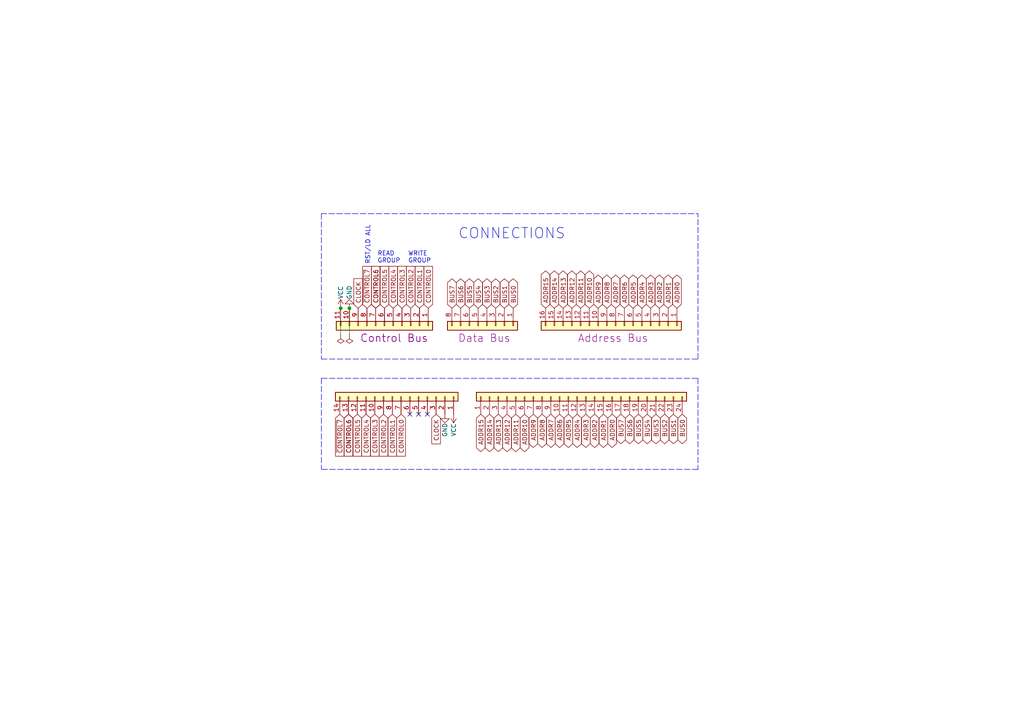
<source format=kicad_sch>
(kicad_sch (version 20211123) (generator eeschema)
  (paper "A4")
  (lib_symbols
    (symbol "Connector_Generic:Conn_01x08" (pin_names (offset 1.016) hide)
      (property "Reference" "J" (at 0 10.16 0))
      (property "Value" "Conn_01x08" (at 0 -12.7 0))
      (symbol "Conn_01x08_1_1"
        (rectangle (start -1.27 -10.033) (end 0 -10.287) (stroke (width 0.1524)))
        (rectangle (start -1.27 -7.493) (end 0 -7.747) (stroke (width 0.1524)))
        (rectangle (start -1.27 -4.953) (end 0 -5.207) (stroke (width 0.1524)))
        (rectangle (start -1.27 -2.413) (end 0 -2.667) (stroke (width 0.1524)))
        (rectangle (start -1.27 0.127) (end 0 -0.127) (stroke (width 0.1524)))
        (rectangle (start -1.27 2.667) (end 0 2.413) (stroke (width 0.1524)))
        (rectangle (start -1.27 5.207) (end 0 4.953) (stroke (width 0.1524)))
        (rectangle (start -1.27 7.747) (end 0 7.493) (stroke (width 0.1524)))
        (rectangle (start -1.27 8.89) (end 1.27 -11.43) (stroke (width 0.254)) (fill (type background)))
        (pin passive line (at -5.08 7.62 0) (length 3.81) (name "Pin_1") (number "1"))
        (pin passive line (at -5.08 5.08 0) (length 3.81) (name "Pin_2") (number "2"))
        (pin passive line (at -5.08 2.54 0) (length 3.81) (name "Pin_3") (number "3"))
        (pin passive line (at -5.08 0 0) (length 3.81) (name "Pin_4") (number "4"))
        (pin passive line (at -5.08 -2.54 0) (length 3.81) (name "Pin_5") (number "5"))
        (pin passive line (at -5.08 -5.08 0) (length 3.81) (name "Pin_6") (number "6"))
        (pin passive line (at -5.08 -7.62 0) (length 3.81) (name "Pin_7") (number "7"))
        (pin passive line (at -5.08 -10.16 0) (length 3.81) (name "Pin_8") (number "8"))
      )
    )
    (symbol "Connector_Generic:Conn_01x11" (pin_names (offset 1.016) hide)
      (property "Reference" "J" (at 0 15.24 0))
      (property "Value" "Conn_01x11" (at 0 -15.24 0))
      (symbol "Conn_01x11_1_1"
        (rectangle (start -1.27 -12.573) (end 0 -12.827) (stroke (width 0.1524)))
        (rectangle (start -1.27 -10.033) (end 0 -10.287) (stroke (width 0.1524)))
        (rectangle (start -1.27 -7.493) (end 0 -7.747) (stroke (width 0.1524)))
        (rectangle (start -1.27 -4.953) (end 0 -5.207) (stroke (width 0.1524)))
        (rectangle (start -1.27 -2.413) (end 0 -2.667) (stroke (width 0.1524)))
        (rectangle (start -1.27 0.127) (end 0 -0.127) (stroke (width 0.1524)))
        (rectangle (start -1.27 2.667) (end 0 2.413) (stroke (width 0.1524)))
        (rectangle (start -1.27 5.207) (end 0 4.953) (stroke (width 0.1524)))
        (rectangle (start -1.27 7.747) (end 0 7.493) (stroke (width 0.1524)))
        (rectangle (start -1.27 10.287) (end 0 10.033) (stroke (width 0.1524)))
        (rectangle (start -1.27 12.827) (end 0 12.573) (stroke (width 0.1524)))
        (rectangle (start -1.27 13.97) (end 1.27 -13.97) (stroke (width 0.254)) (fill (type background)))
        (pin passive line (at -5.08 12.7 0) (length 3.81) (name "Pin_1") (number "1"))
        (pin passive line (at -5.08 -10.16 0) (length 3.81) (name "Pin_10") (number "10"))
        (pin passive line (at -5.08 -12.7 0) (length 3.81) (name "Pin_11") (number "11"))
        (pin passive line (at -5.08 10.16 0) (length 3.81) (name "Pin_2") (number "2"))
        (pin passive line (at -5.08 7.62 0) (length 3.81) (name "Pin_3") (number "3"))
        (pin passive line (at -5.08 5.08 0) (length 3.81) (name "Pin_4") (number "4"))
        (pin passive line (at -5.08 2.54 0) (length 3.81) (name "Pin_5") (number "5"))
        (pin passive line (at -5.08 0 0) (length 3.81) (name "Pin_6") (number "6"))
        (pin passive line (at -5.08 -2.54 0) (length 3.81) (name "Pin_7") (number "7"))
        (pin passive line (at -5.08 -5.08 0) (length 3.81) (name "Pin_8") (number "8"))
        (pin passive line (at -5.08 -7.62 0) (length 3.81) (name "Pin_9") (number "9"))
      )
    )
    (symbol "Connector_Generic:Conn_01x14" (pin_names (offset 1.016) hide)
      (property "Reference" "J" (at 0 17.78 0))
      (property "Value" "Conn_01x14" (at 0 -20.32 0))
      (symbol "Conn_01x14_1_1"
        (rectangle (start -1.27 -17.653) (end 0 -17.907) (stroke (width 0.1524)))
        (rectangle (start -1.27 -15.113) (end 0 -15.367) (stroke (width 0.1524)))
        (rectangle (start -1.27 -12.573) (end 0 -12.827) (stroke (width 0.1524)))
        (rectangle (start -1.27 -10.033) (end 0 -10.287) (stroke (width 0.1524)))
        (rectangle (start -1.27 -7.493) (end 0 -7.747) (stroke (width 0.1524)))
        (rectangle (start -1.27 -4.953) (end 0 -5.207) (stroke (width 0.1524)))
        (rectangle (start -1.27 -2.413) (end 0 -2.667) (stroke (width 0.1524)))
        (rectangle (start -1.27 0.127) (end 0 -0.127) (stroke (width 0.1524)))
        (rectangle (start -1.27 2.667) (end 0 2.413) (stroke (width 0.1524)))
        (rectangle (start -1.27 5.207) (end 0 4.953) (stroke (width 0.1524)))
        (rectangle (start -1.27 7.747) (end 0 7.493) (stroke (width 0.1524)))
        (rectangle (start -1.27 10.287) (end 0 10.033) (stroke (width 0.1524)))
        (rectangle (start -1.27 12.827) (end 0 12.573) (stroke (width 0.1524)))
        (rectangle (start -1.27 15.367) (end 0 15.113) (stroke (width 0.1524)))
        (rectangle (start -1.27 16.51) (end 1.27 -19.05) (stroke (width 0.254)) (fill (type background)))
        (pin passive line (at -5.08 15.24 0) (length 3.81) (name "Pin_1") (number "1"))
        (pin passive line (at -5.08 -7.62 0) (length 3.81) (name "Pin_10") (number "10"))
        (pin passive line (at -5.08 -10.16 0) (length 3.81) (name "Pin_11") (number "11"))
        (pin passive line (at -5.08 -12.7 0) (length 3.81) (name "Pin_12") (number "12"))
        (pin passive line (at -5.08 -15.24 0) (length 3.81) (name "Pin_13") (number "13"))
        (pin passive line (at -5.08 -17.78 0) (length 3.81) (name "Pin_14") (number "14"))
        (pin passive line (at -5.08 12.7 0) (length 3.81) (name "Pin_2") (number "2"))
        (pin passive line (at -5.08 10.16 0) (length 3.81) (name "Pin_3") (number "3"))
        (pin passive line (at -5.08 7.62 0) (length 3.81) (name "Pin_4") (number "4"))
        (pin passive line (at -5.08 5.08 0) (length 3.81) (name "Pin_5") (number "5"))
        (pin passive line (at -5.08 2.54 0) (length 3.81) (name "Pin_6") (number "6"))
        (pin passive line (at -5.08 0 0) (length 3.81) (name "Pin_7") (number "7"))
        (pin passive line (at -5.08 -2.54 0) (length 3.81) (name "Pin_8") (number "8"))
        (pin passive line (at -5.08 -5.08 0) (length 3.81) (name "Pin_9") (number "9"))
      )
    )
    (symbol "Connector_Generic:Conn_01x16" (pin_names (offset 1.016) hide)
      (property "Reference" "J" (at 0 20.32 0))
      (property "Value" "Conn_01x16" (at 0 -22.86 0))
      (symbol "Conn_01x16_1_1"
        (rectangle (start -1.27 -20.193) (end 0 -20.447) (stroke (width 0.1524)))
        (rectangle (start -1.27 -17.653) (end 0 -17.907) (stroke (width 0.1524)))
        (rectangle (start -1.27 -15.113) (end 0 -15.367) (stroke (width 0.1524)))
        (rectangle (start -1.27 -12.573) (end 0 -12.827) (stroke (width 0.1524)))
        (rectangle (start -1.27 -10.033) (end 0 -10.287) (stroke (width 0.1524)))
        (rectangle (start -1.27 -7.493) (end 0 -7.747) (stroke (width 0.1524)))
        (rectangle (start -1.27 -4.953) (end 0 -5.207) (stroke (width 0.1524)))
        (rectangle (start -1.27 -2.413) (end 0 -2.667) (stroke (width 0.1524)))
        (rectangle (start -1.27 0.127) (end 0 -0.127) (stroke (width 0.1524)))
        (rectangle (start -1.27 2.667) (end 0 2.413) (stroke (width 0.1524)))
        (rectangle (start -1.27 5.207) (end 0 4.953) (stroke (width 0.1524)))
        (rectangle (start -1.27 7.747) (end 0 7.493) (stroke (width 0.1524)))
        (rectangle (start -1.27 10.287) (end 0 10.033) (stroke (width 0.1524)))
        (rectangle (start -1.27 12.827) (end 0 12.573) (stroke (width 0.1524)))
        (rectangle (start -1.27 15.367) (end 0 15.113) (stroke (width 0.1524)))
        (rectangle (start -1.27 17.907) (end 0 17.653) (stroke (width 0.1524)))
        (rectangle (start -1.27 19.05) (end 1.27 -21.59) (stroke (width 0.254)) (fill (type background)))
        (pin passive line (at -5.08 17.78 0) (length 3.81) (name "Pin_1") (number "1"))
        (pin passive line (at -5.08 -5.08 0) (length 3.81) (name "Pin_10") (number "10"))
        (pin passive line (at -5.08 -7.62 0) (length 3.81) (name "Pin_11") (number "11"))
        (pin passive line (at -5.08 -10.16 0) (length 3.81) (name "Pin_12") (number "12"))
        (pin passive line (at -5.08 -12.7 0) (length 3.81) (name "Pin_13") (number "13"))
        (pin passive line (at -5.08 -15.24 0) (length 3.81) (name "Pin_14") (number "14"))
        (pin passive line (at -5.08 -17.78 0) (length 3.81) (name "Pin_15") (number "15"))
        (pin passive line (at -5.08 -20.32 0) (length 3.81) (name "Pin_16") (number "16"))
        (pin passive line (at -5.08 15.24 0) (length 3.81) (name "Pin_2") (number "2"))
        (pin passive line (at -5.08 12.7 0) (length 3.81) (name "Pin_3") (number "3"))
        (pin passive line (at -5.08 10.16 0) (length 3.81) (name "Pin_4") (number "4"))
        (pin passive line (at -5.08 7.62 0) (length 3.81) (name "Pin_5") (number "5"))
        (pin passive line (at -5.08 5.08 0) (length 3.81) (name "Pin_6") (number "6"))
        (pin passive line (at -5.08 2.54 0) (length 3.81) (name "Pin_7") (number "7"))
        (pin passive line (at -5.08 0 0) (length 3.81) (name "Pin_8") (number "8"))
        (pin passive line (at -5.08 -2.54 0) (length 3.81) (name "Pin_9") (number "9"))
      )
    )
    (symbol "Connector_Generic:Conn_01x24" (pin_names (offset 1.016) hide)
      (property "Reference" "J" (at 0 30.48 0))
      (property "Value" "Conn_01x24" (at 0 -33.02 0))
      (symbol "Conn_01x24_1_1"
        (rectangle (start -1.27 -30.353) (end 0 -30.607) (stroke (width 0.1524)))
        (rectangle (start -1.27 -27.813) (end 0 -28.067) (stroke (width 0.1524)))
        (rectangle (start -1.27 -25.273) (end 0 -25.527) (stroke (width 0.1524)))
        (rectangle (start -1.27 -22.733) (end 0 -22.987) (stroke (width 0.1524)))
        (rectangle (start -1.27 -20.193) (end 0 -20.447) (stroke (width 0.1524)))
        (rectangle (start -1.27 -17.653) (end 0 -17.907) (stroke (width 0.1524)))
        (rectangle (start -1.27 -15.113) (end 0 -15.367) (stroke (width 0.1524)))
        (rectangle (start -1.27 -12.573) (end 0 -12.827) (stroke (width 0.1524)))
        (rectangle (start -1.27 -10.033) (end 0 -10.287) (stroke (width 0.1524)))
        (rectangle (start -1.27 -7.493) (end 0 -7.747) (stroke (width 0.1524)))
        (rectangle (start -1.27 -4.953) (end 0 -5.207) (stroke (width 0.1524)))
        (rectangle (start -1.27 -2.413) (end 0 -2.667) (stroke (width 0.1524)))
        (rectangle (start -1.27 0.127) (end 0 -0.127) (stroke (width 0.1524)))
        (rectangle (start -1.27 2.667) (end 0 2.413) (stroke (width 0.1524)))
        (rectangle (start -1.27 5.207) (end 0 4.953) (stroke (width 0.1524)))
        (rectangle (start -1.27 7.747) (end 0 7.493) (stroke (width 0.1524)))
        (rectangle (start -1.27 10.287) (end 0 10.033) (stroke (width 0.1524)))
        (rectangle (start -1.27 12.827) (end 0 12.573) (stroke (width 0.1524)))
        (rectangle (start -1.27 15.367) (end 0 15.113) (stroke (width 0.1524)))
        (rectangle (start -1.27 17.907) (end 0 17.653) (stroke (width 0.1524)))
        (rectangle (start -1.27 20.447) (end 0 20.193) (stroke (width 0.1524)))
        (rectangle (start -1.27 22.987) (end 0 22.733) (stroke (width 0.1524)))
        (rectangle (start -1.27 25.527) (end 0 25.273) (stroke (width 0.1524)))
        (rectangle (start -1.27 28.067) (end 0 27.813) (stroke (width 0.1524)))
        (rectangle (start -1.27 29.21) (end 1.27 -31.75) (stroke (width 0.254)) (fill (type background)))
        (pin passive line (at -5.08 27.94 0) (length 3.81) (name "Pin_1") (number "1"))
        (pin passive line (at -5.08 5.08 0) (length 3.81) (name "Pin_10") (number "10"))
        (pin passive line (at -5.08 2.54 0) (length 3.81) (name "Pin_11") (number "11"))
        (pin passive line (at -5.08 0 0) (length 3.81) (name "Pin_12") (number "12"))
        (pin passive line (at -5.08 -2.54 0) (length 3.81) (name "Pin_13") (number "13"))
        (pin passive line (at -5.08 -5.08 0) (length 3.81) (name "Pin_14") (number "14"))
        (pin passive line (at -5.08 -7.62 0) (length 3.81) (name "Pin_15") (number "15"))
        (pin passive line (at -5.08 -10.16 0) (length 3.81) (name "Pin_16") (number "16"))
        (pin passive line (at -5.08 -12.7 0) (length 3.81) (name "Pin_17") (number "17"))
        (pin passive line (at -5.08 -15.24 0) (length 3.81) (name "Pin_18") (number "18"))
        (pin passive line (at -5.08 -17.78 0) (length 3.81) (name "Pin_19") (number "19"))
        (pin passive line (at -5.08 25.4 0) (length 3.81) (name "Pin_2") (number "2"))
        (pin passive line (at -5.08 -20.32 0) (length 3.81) (name "Pin_20") (number "20"))
        (pin passive line (at -5.08 -22.86 0) (length 3.81) (name "Pin_21") (number "21"))
        (pin passive line (at -5.08 -25.4 0) (length 3.81) (name "Pin_22") (number "22"))
        (pin passive line (at -5.08 -27.94 0) (length 3.81) (name "Pin_23") (number "23"))
        (pin passive line (at -5.08 -30.48 0) (length 3.81) (name "Pin_24") (number "24"))
        (pin passive line (at -5.08 22.86 0) (length 3.81) (name "Pin_3") (number "3"))
        (pin passive line (at -5.08 20.32 0) (length 3.81) (name "Pin_4") (number "4"))
        (pin passive line (at -5.08 17.78 0) (length 3.81) (name "Pin_5") (number "5"))
        (pin passive line (at -5.08 15.24 0) (length 3.81) (name "Pin_6") (number "6"))
        (pin passive line (at -5.08 12.7 0) (length 3.81) (name "Pin_7") (number "7"))
        (pin passive line (at -5.08 10.16 0) (length 3.81) (name "Pin_8") (number "8"))
        (pin passive line (at -5.08 7.62 0) (length 3.81) (name "Pin_9") (number "9"))
      )
    )
    (symbol "power:GND" (power) (pin_names (offset 0))
      (property "Value" "GND" (at 0 -3.81 0))
      (symbol "GND_0_1"
        (polyline (pts (xy 0 0) (xy 0 -1.27) (xy 1.27 -1.27) (xy 0 -2.54) (xy -1.27 -1.27) (xy 0 -1.27)))
      )
      (symbol "GND_1_1"
        (pin power_in line (at 0 0 270) (length 0) hide (name "GND") (number "1"))
      )
    )
    (symbol "power:PWR_FLAG" (power) (pin_numbers hide) (pin_names (offset 0) hide)
      (property "Value" "PWR_FLAG" (at 0 3.81 0))
      (symbol "PWR_FLAG_0_0"
        (pin power_out line (at 0 0 90) (length 0) (name "pwr") (number "1"))
      )
      (symbol "PWR_FLAG_0_1"
        (polyline (pts (xy 0 0) (xy 0 1.27) (xy -1.016 1.905) (xy 0 2.54) (xy 1.016 1.905) (xy 0 1.27)))
      )
    )
    (symbol "power:VCC" (power) (pin_names (offset 0))
      (property "Value" "VCC" (at 0 3.81 0))
      (symbol "VCC_0_1"
        (polyline (pts (xy -0.762 1.27) (xy 0 2.54)))
        (polyline (pts (xy 0 0) (xy 0 2.54)))
        (polyline (pts (xy 0 2.54) (xy 0.762 1.27)))
      )
      (symbol "VCC_1_1"
        (pin power_in line (at 0 0 90) (length 0) hide (name "VCC") (number "1"))
      )
    )
  )
  (junction (at 98.806 89.408))
  (junction (at 101.346 89.408))
  (no_connect (at 123.952 120.142))
  (no_connect (at 118.872 120.142))
  (no_connect (at 121.412 120.142))
  (wire (pts (xy 98.806 89.408) (xy 98.806 97.028)))
  (polyline (pts (xy 93.218 104.14) (xy 202.438 104.14)))
  (polyline (pts (xy 202.438 109.728) (xy 202.438 136.144)))
  (wire (pts (xy 101.346 89.408) (xy 101.346 97.028)))
  (polyline (pts (xy 147.066 61.976) (xy 202.438 61.976)))
  (polyline (pts (xy 147.32 61.976) (xy 93.218 61.976)))
  (polyline (pts (xy 93.218 109.728) (xy 93.218 136.144)))
  (polyline (pts (xy 202.438 136.144) (xy 93.218 136.144)))
  (polyline (pts (xy 93.218 61.976) (xy 93.218 104.14)))
  (polyline (pts (xy 93.218 109.728) (xy 202.438 109.728)))
  (polyline (pts (xy 202.438 104.14) (xy 202.438 61.976)))
  (text "WRITE\nGROUP" (at 118.364 76.454 0) (effects (font (size 1.27 1.27)) (justify left bottom)))
  (text "CONNECTIONS" (at 132.842 69.596 0) (effects (font (size 3 3)) (justify left bottom)))
  (text "READ\nGROUP" (at 109.474 76.454 0) (effects (font (size 1.27 1.27)) (justify left bottom)))
  (text "RST/LD ALL" (at 107.442 76.708 90) (effects (font (size 1.27 1.27)) (justify left bottom)))
  (global_label "~{CONTROL7}" (shape input) (at 106.426 89.408 90) (property "Intersheet References" "${INTERSHEET_REFS}" (effects hide)))
  (global_label "CONTROL5" (shape input) (at 111.506 89.408 90) (property "Intersheet References" "${INTERSHEET_REFS}" (effects hide)))
  (global_label "ADDR0" (shape tri_state) (at 196.342 89.408 90) (property "Intersheet References" "${INTERSHEET_REFS}" (effects hide)))
  (global_label "ADDR2" (shape tri_state) (at 172.466 120.142 270) (property "Intersheet References" "${INTERSHEET_REFS}" (effects hide)))
  (global_label "BUS0" (shape tri_state) (at 148.844 89.408 90) (property "Intersheet References" "${INTERSHEET_REFS}" (effects hide)))
  (global_label "CONTROL2" (shape input) (at 119.126 89.408 90) (property "Intersheet References" "${INTERSHEET_REFS}" (effects hide)))
  (global_label "CONTROL5" (shape input) (at 103.632 120.142 270) (property "Intersheet References" "${INTERSHEET_REFS}" (effects hide)))
  (global_label "ADDR4" (shape tri_state) (at 167.386 120.142 270) (property "Intersheet References" "${INTERSHEET_REFS}" (effects hide)))
  (global_label "BUS5" (shape tri_state) (at 136.144 89.408 90) (property "Intersheet References" "${INTERSHEET_REFS}" (effects hide)))
  (global_label "BUS7" (shape tri_state) (at 131.064 89.408 90) (property "Intersheet References" "${INTERSHEET_REFS}" (effects hide)))
  (global_label "ADDR11" (shape tri_state) (at 168.402 89.408 90) (property "Intersheet References" "${INTERSHEET_REFS}" (effects hide)))
  (global_label "ADDR14" (shape tri_state) (at 160.782 89.408 90) (property "Intersheet References" "${INTERSHEET_REFS}" (effects hide)))
  (global_label "BUS1" (shape tri_state) (at 146.304 89.408 90) (property "Intersheet References" "${INTERSHEET_REFS}" (effects hide)))
  (global_label "ADDR8" (shape tri_state) (at 157.226 120.142 270) (property "Intersheet References" "${INTERSHEET_REFS}" (effects hide)))
  (global_label "BUS4" (shape tri_state) (at 187.706 120.142 270) (property "Intersheet References" "${INTERSHEET_REFS}" (effects hide)))
  (global_label "ADDR12" (shape tri_state) (at 165.862 89.408 90) (property "Intersheet References" "${INTERSHEET_REFS}" (effects hide)))
  (global_label "ADDR13" (shape tri_state) (at 163.322 89.408 90) (property "Intersheet References" "${INTERSHEET_REFS}" (effects hide)))
  (global_label "ADDR3" (shape tri_state) (at 188.722 89.408 90) (property "Intersheet References" "${INTERSHEET_REFS}" (effects hide)))
  (global_label "ADDR4" (shape tri_state) (at 186.182 89.408 90) (property "Intersheet References" "${INTERSHEET_REFS}" (effects hide)))
  (global_label "ADDR8" (shape tri_state) (at 176.022 89.408 90) (property "Intersheet References" "${INTERSHEET_REFS}" (effects hide)))
  (global_label "BUS3" (shape tri_state) (at 141.224 89.408 90) (property "Intersheet References" "${INTERSHEET_REFS}" (effects hide)))
  (global_label "ADDR9" (shape tri_state) (at 173.482 89.408 90) (property "Intersheet References" "${INTERSHEET_REFS}" (effects hide)))
  (global_label "CONTROL4" (shape input) (at 114.046 89.408 90) (property "Intersheet References" "${INTERSHEET_REFS}" (effects hide)))
  (global_label "CONTROL6" (shape input) (at 108.966 89.408 90) (property "Intersheet References" "${INTERSHEET_REFS}" (effects hide)))
  (global_label "CONTROL3" (shape input) (at 116.586 89.408 90) (property "Intersheet References" "${INTERSHEET_REFS}" (effects hide)))
  (global_label "ADDR5" (shape tri_state) (at 164.846 120.142 270) (property "Intersheet References" "${INTERSHEET_REFS}" (effects hide)))
  (global_label "BUS1" (shape tri_state) (at 195.326 120.142 270) (property "Intersheet References" "${INTERSHEET_REFS}" (effects hide)))
  (global_label "BUS7" (shape tri_state) (at 180.086 120.142 270) (property "Intersheet References" "${INTERSHEET_REFS}" (effects hide)))
  (global_label "BUS6" (shape tri_state) (at 182.626 120.142 270) (property "Intersheet References" "${INTERSHEET_REFS}" (effects hide)))
  (global_label "CLOCK" (shape input) (at 126.492 120.142 270) (property "Intersheet References" "${INTERSHEET_REFS}" (effects hide)))
  (global_label "ADDR7" (shape tri_state) (at 159.766 120.142 270) (property "Intersheet References" "${INTERSHEET_REFS}" (effects hide)))
  (global_label "BUS4" (shape tri_state) (at 138.684 89.408 90) (property "Intersheet References" "${INTERSHEET_REFS}" (effects hide)))
  (global_label "CONTROL0" (shape input) (at 124.206 89.408 90) (property "Intersheet References" "${INTERSHEET_REFS}" (effects hide)))
  (global_label "CONTROL0" (shape input) (at 116.332 120.142 270) (property "Intersheet References" "${INTERSHEET_REFS}" (effects hide)))
  (global_label "ADDR3" (shape tri_state) (at 169.926 120.142 270) (property "Intersheet References" "${INTERSHEET_REFS}" (effects hide)))
  (global_label "CONTROL6" (shape input) (at 101.092 120.142 270) (property "Intersheet References" "${INTERSHEET_REFS}" (effects hide)))
  (global_label "CONTROL2" (shape input) (at 111.252 120.142 270) (property "Intersheet References" "${INTERSHEET_REFS}" (effects hide)))
  (global_label "~{CONTROL7}" (shape input) (at 98.552 120.142 270) (property "Intersheet References" "${INTERSHEET_REFS}" (effects hide)))
  (global_label "ADDR13" (shape tri_state) (at 144.526 120.142 270) (property "Intersheet References" "${INTERSHEET_REFS}" (effects hide)))
  (global_label "ADDR10" (shape tri_state) (at 152.146 120.142 270) (property "Intersheet References" "${INTERSHEET_REFS}" (effects hide)))
  (global_label "ADDR5" (shape tri_state) (at 183.642 89.408 90) (property "Intersheet References" "${INTERSHEET_REFS}" (effects hide)))
  (global_label "CONTROL6" (shape input) (at 101.092 120.142 270) (property "Intersheet References" "${INTERSHEET_REFS}" (effects hide)))
  (global_label "ADDR2" (shape tri_state) (at 191.262 89.408 90) (property "Intersheet References" "${INTERSHEET_REFS}" (effects hide)))
  (global_label "ADDR11" (shape tri_state) (at 149.606 120.142 270) (property "Intersheet References" "${INTERSHEET_REFS}" (effects hide)))
  (global_label "CONTROL1" (shape input) (at 121.666 89.408 90) (property "Intersheet References" "${INTERSHEET_REFS}" (effects hide)))
  (global_label "BUS2" (shape tri_state) (at 192.786 120.142 270) (property "Intersheet References" "${INTERSHEET_REFS}" (effects hide)))
  (global_label "ADDR15" (shape tri_state) (at 139.446 120.142 270) (property "Intersheet References" "${INTERSHEET_REFS}" (effects hide)))
  (global_label "ADDR1" (shape tri_state) (at 175.006 120.142 270) (property "Intersheet References" "${INTERSHEET_REFS}" (effects hide)))
  (global_label "ADDR7" (shape tri_state) (at 178.562 89.408 90) (property "Intersheet References" "${INTERSHEET_REFS}" (effects hide)))
  (global_label "BUS5" (shape tri_state) (at 185.166 120.142 270) (property "Intersheet References" "${INTERSHEET_REFS}" (effects hide)))
  (global_label "ADDR14" (shape tri_state) (at 141.986 120.142 270) (property "Intersheet References" "${INTERSHEET_REFS}" (effects hide)))
  (global_label "CONTROL6" (shape input) (at 108.966 89.408 90) (property "Intersheet References" "${INTERSHEET_REFS}" (effects hide)))
  (global_label "CONTROL3" (shape input) (at 108.712 120.142 270) (property "Intersheet References" "${INTERSHEET_REFS}" (effects hide)))
  (global_label "ADDR9" (shape tri_state) (at 154.686 120.142 270) (property "Intersheet References" "${INTERSHEET_REFS}" (effects hide)))
  (global_label "CONTROL4" (shape input) (at 106.172 120.142 270) (property "Intersheet References" "${INTERSHEET_REFS}" (effects hide)))
  (global_label "CLOCK" (shape input) (at 103.886 89.408 90) (property "Intersheet References" "${INTERSHEET_REFS}" (effects hide)))
  (global_label "BUS0" (shape tri_state) (at 197.866 120.142 270) (property "Intersheet References" "${INTERSHEET_REFS}" (effects hide)))
  (global_label "BUS2" (shape tri_state) (at 143.764 89.408 90) (property "Intersheet References" "${INTERSHEET_REFS}" (effects hide)))
  (global_label "CONTROL1" (shape input) (at 113.792 120.142 270) (property "Intersheet References" "${INTERSHEET_REFS}" (effects hide)))
  (global_label "ADDR6" (shape tri_state) (at 181.102 89.408 90) (property "Intersheet References" "${INTERSHEET_REFS}" (effects hide)))
  (global_label "ADDR12" (shape tri_state) (at 147.066 120.142 270) (property "Intersheet References" "${INTERSHEET_REFS}" (effects hide)))
  (global_label "ADDR0" (shape tri_state) (at 177.546 120.142 270) (property "Intersheet References" "${INTERSHEET_REFS}" (effects hide)))
  (global_label "ADDR15" (shape tri_state) (at 158.242 89.408 90) (property "Intersheet References" "${INTERSHEET_REFS}" (effects hide)))
  (global_label "ADDR6" (shape tri_state) (at 162.306 120.142 270) (property "Intersheet References" "${INTERSHEET_REFS}" (effects hide)))
  (global_label "BUS6" (shape tri_state) (at 133.604 89.408 90) (property "Intersheet References" "${INTERSHEET_REFS}" (effects hide)))
  (global_label "ADDR1" (shape tri_state) (at 193.802 89.408 90) (property "Intersheet References" "${INTERSHEET_REFS}" (effects hide)))
  (global_label "ADDR10" (shape tri_state) (at 170.942 89.408 90) (property "Intersheet References" "${INTERSHEET_REFS}" (effects hide)))
  (global_label "BUS3" (shape tri_state) (at 190.246 120.142 270) (property "Intersheet References" "${INTERSHEET_REFS}" (effects hide)))
  (symbol (lib_id "power:GND") (at 101.346 89.408 180) (unit 1)
    (property "Reference" "#PWR02" (effects hide))
    (property "Value" "GND" (at 101.346 84.836 90))
  )
  (symbol (lib_id "power:VCC") (at 131.572 120.142 180) (unit 1)
    (property "Reference" "#PWR0101" (effects hide))
    (property "Value" "VCC" (at 131.572 124.714 90))
  )
  (symbol (lib_id "Connector_Generic:Conn_01x14") (at 116.332 115.062 270) (mirror x) (unit 1)
    (property "Reference" "J5" (effects hide))
    (property "Value" "Conn_01x11" (effects hide))
    (property "Footprint" "Connector_PinHeader_2.54mm:PinHeader_1x14_P2.54mm_Horizontal" (effects hide))
    (property "Field4" "Control Bus" (effects hide))
  )
  (symbol (lib_id "Connector_Generic:Conn_01x16") (at 178.562 94.488 270) (unit 1)
    (property "Reference" "J3" (effects hide))
    (property "Value" "Conn_01x16" (effects hide))
    (property "Footprint" "Connector_PinSocket_2.54mm:PinSocket_1x16_P2.54mm_Vertical" (effects hide))
    (property "Field4" "Address Bus" (at 177.8 98.044 90) (effects (font (size 2.2 2.2))))
  )
  (symbol (lib_id "power:PWR_FLAG") (at 98.806 97.028 180) (unit 1)
    (property "Reference" "#FLG01" (effects hide))
    (property "Value" "PWR_FLAG" (effects hide))
  )
  (symbol (lib_id "Connector_Generic:Conn_01x24") (at 167.386 115.062 90) (unit 1)
    (property "Reference" "J4" (effects hide))
    (property "Value" "Conn_01x24" (effects hide))
    (property "Footprint" "Connector_PinHeader_2.54mm:PinHeader_1x24_P2.54mm_Horizontal" (effects hide))
  )
  (symbol (lib_id "power:VCC") (at 98.806 89.408 0) (unit 1)
    (property "Reference" "#PWR01" (effects hide))
    (property "Value" "VCC" (at 98.806 84.836 90))
  )
  (symbol (lib_id "power:GND") (at 129.032 120.142 0) (unit 1)
    (property "Reference" "#PWR0102" (effects hide))
    (property "Value" "GND" (at 129.032 124.714 90))
  )
  (symbol (lib_id "Connector_Generic:Conn_01x11") (at 111.506 94.488 270) (unit 1)
    (property "Reference" "J1" (effects hide))
    (property "Value" "Conn_01x11" (effects hide))
    (property "Footprint" "Connector_PinSocket_2.54mm:PinSocket_1x11_P2.54mm_Vertical" (effects hide))
    (property "Field4" "Control Bus" (at 114.3 98.044 90) (effects (font (size 2.2 2.2))))
  )
  (symbol (lib_id "power:PWR_FLAG") (at 101.346 97.028 180) (unit 1)
    (property "Reference" "#FLG02" (effects hide))
    (property "Value" "PWR_FLAG" (effects hide))
  )
  (symbol (lib_id "Connector_Generic:Conn_01x08") (at 141.224 94.488 270) (unit 1)
    (property "Reference" "J2" (effects hide))
    (property "Value" "Conn_01x08" (effects hide))
    (property "Footprint" "Connector_PinSocket_2.54mm:PinSocket_1x08_P2.54mm_Vertical" (effects hide))
    (property "Field4" "Data Bus" (at 140.462 98.044 90) (effects (font (size 2.2 2.2))))
  )
)
</source>
